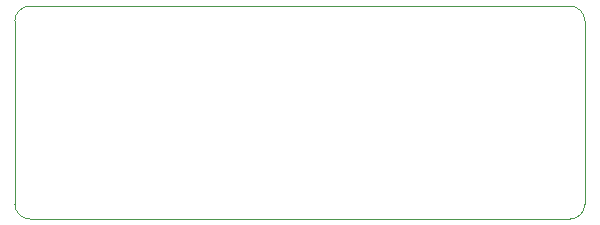
<source format=gbr>
%TF.GenerationSoftware,KiCad,Pcbnew,7.0.10-7.0.10~ubuntu20.04.1*%
%TF.CreationDate,2024-01-07T14:41:37-08:00*%
%TF.ProjectId,NX-ButtonInterface,4e582d42-7574-4746-9f6e-496e74657266,rev?*%
%TF.SameCoordinates,Original*%
%TF.FileFunction,Profile,NP*%
%FSLAX46Y46*%
G04 Gerber Fmt 4.6, Leading zero omitted, Abs format (unit mm)*
G04 Created by KiCad (PCBNEW 7.0.10-7.0.10~ubuntu20.04.1) date 2024-01-07 14:41:37*
%MOMM*%
%LPD*%
G01*
G04 APERTURE LIST*
%TA.AperFunction,Profile*%
%ADD10C,0.100000*%
%TD*%
G04 APERTURE END LIST*
D10*
X132461000Y-91694000D02*
X132461000Y-107188000D01*
X84201000Y-107188000D02*
G75*
G03*
X85471000Y-108458000I1270000J0D01*
G01*
X85471000Y-90424000D02*
X131191000Y-90424000D01*
X132461000Y-91694000D02*
G75*
G03*
X131191000Y-90424000I-1270000J0D01*
G01*
X131191000Y-108458000D02*
G75*
G03*
X132461000Y-107188000I0J1270000D01*
G01*
X85471000Y-90424000D02*
G75*
G03*
X84201000Y-91694000I0J-1270000D01*
G01*
X84201000Y-107188000D02*
X84201000Y-91694000D01*
X131191000Y-108458000D02*
X85471000Y-108458000D01*
M02*

</source>
